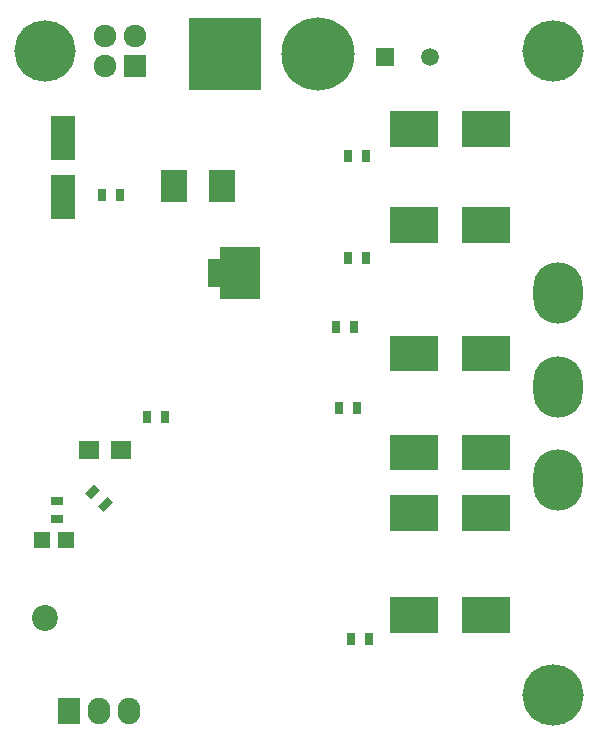
<source format=gbs>
G04 #@! TF.FileFunction,Soldermask,Bot*
%FSLAX46Y46*%
G04 Gerber Fmt 4.6, Leading zero omitted, Abs format (unit mm)*
G04 Created by KiCad (PCBNEW 0.201511171411+6319~30~ubuntu15.10.1-product) date Fr 04 Dez 2015 11:44:42 CET*
%MOMM*%
G01*
G04 APERTURE LIST*
%ADD10C,0.100000*%
%ADD11O,4.200000X5.200000*%
%ADD12R,6.200000X6.200000*%
%ADD13C,6.200000*%
%ADD14R,1.500000X1.500000*%
%ADD15C,1.500000*%
%ADD16R,1.398880X1.398880*%
%ADD17R,1.400000X1.400000*%
%ADD18C,5.200000*%
%ADD19C,2.200000*%
%ADD20R,2.000860X3.700120*%
%ADD21R,1.927200X2.232000*%
%ADD22O,1.927200X2.232000*%
%ADD23R,1.700000X1.500000*%
%ADD24R,1.927200X1.927200*%
%ADD25O,1.927200X1.927200*%
%ADD26R,2.200000X2.700000*%
%ADD27R,1.000000X1.200000*%
%ADD28R,0.700000X1.100000*%
%ADD29R,1.100000X0.700000*%
G04 APERTURE END LIST*
D10*
D11*
X232664000Y-89408000D03*
X232664000Y-81508000D03*
X232664000Y-73608000D03*
D12*
X204470000Y-53340000D03*
D13*
X212370000Y-53340000D03*
D14*
X218059000Y-53594000D03*
D15*
X221859000Y-53594000D03*
D16*
X191041020Y-94488000D03*
X188942980Y-94488000D03*
D17*
X204724000Y-73406000D03*
X205724000Y-73406000D03*
X206724000Y-73406000D03*
X206724000Y-72406000D03*
X205724000Y-72406000D03*
X203724000Y-71406000D03*
X203724000Y-72406000D03*
X204724000Y-72406000D03*
X204724000Y-71406000D03*
X206724000Y-71406000D03*
X205724000Y-71406000D03*
X206724000Y-70406000D03*
X205724000Y-70406000D03*
X204724000Y-70406000D03*
D18*
X189230000Y-53086000D03*
X232230000Y-53086000D03*
D19*
X189230000Y-101086000D03*
D18*
X232230000Y-107586000D03*
D20*
X190754000Y-65491360D03*
X190754000Y-60492640D03*
D21*
X191262000Y-108966000D03*
D22*
X193802000Y-108966000D03*
X196342000Y-108966000D03*
D23*
X195660000Y-86868000D03*
X192960000Y-86868000D03*
D24*
X196850000Y-54356000D03*
D25*
X196850000Y-51816000D03*
X194310000Y-54356000D03*
X194310000Y-51816000D03*
D26*
X204184000Y-64516000D03*
X200184000Y-64516000D03*
D27*
X218948000Y-91313000D03*
X219710000Y-91313000D03*
X220472000Y-91313000D03*
X221234000Y-91313000D03*
X221996000Y-91313000D03*
X218948000Y-92329000D03*
X219710000Y-92329000D03*
X220472000Y-92329000D03*
X221234000Y-92329000D03*
X221996000Y-92329000D03*
X218948000Y-93154500D03*
X219710000Y-93154500D03*
X220472000Y-93154500D03*
X221234000Y-93154500D03*
X221996000Y-93154500D03*
X225044000Y-91313000D03*
X225806000Y-91313000D03*
X226568000Y-91313000D03*
X227330000Y-91313000D03*
X228092000Y-91313000D03*
X225044000Y-92329000D03*
X225806000Y-92329000D03*
X226568000Y-92329000D03*
X227330000Y-92329000D03*
X228092000Y-92329000D03*
X225044000Y-93154500D03*
X225806000Y-93154500D03*
X226568000Y-93154500D03*
X227330000Y-93154500D03*
X228092000Y-93154500D03*
X218948000Y-99949000D03*
X219710000Y-99949000D03*
X220472000Y-99949000D03*
X221234000Y-99949000D03*
X221996000Y-99949000D03*
X218948000Y-100965000D03*
X219710000Y-100965000D03*
X220472000Y-100965000D03*
X221234000Y-100965000D03*
X221996000Y-100965000D03*
X218948000Y-101790500D03*
X219710000Y-101790500D03*
X220472000Y-101790500D03*
X221234000Y-101790500D03*
X221996000Y-101790500D03*
X225044000Y-99949000D03*
X225806000Y-99949000D03*
X226568000Y-99949000D03*
X227330000Y-99949000D03*
X228092000Y-99949000D03*
X225044000Y-100965000D03*
X225806000Y-100965000D03*
X226568000Y-100965000D03*
X227330000Y-100965000D03*
X228092000Y-100965000D03*
X225044000Y-101790500D03*
X225806000Y-101790500D03*
X226568000Y-101790500D03*
X227330000Y-101790500D03*
X228092000Y-101790500D03*
X228092000Y-88011000D03*
X227330000Y-88011000D03*
X226568000Y-88011000D03*
X225806000Y-88011000D03*
X225044000Y-88011000D03*
X228092000Y-86995000D03*
X227330000Y-86995000D03*
X226568000Y-86995000D03*
X225806000Y-86995000D03*
X225044000Y-86995000D03*
X228092000Y-86169500D03*
X227330000Y-86169500D03*
X226568000Y-86169500D03*
X225806000Y-86169500D03*
X225044000Y-86169500D03*
X221996000Y-88011000D03*
X221234000Y-88011000D03*
X220472000Y-88011000D03*
X219710000Y-88011000D03*
X218948000Y-88011000D03*
X221996000Y-86995000D03*
X221234000Y-86995000D03*
X220472000Y-86995000D03*
X219710000Y-86995000D03*
X218948000Y-86995000D03*
X221996000Y-86169500D03*
X221234000Y-86169500D03*
X220472000Y-86169500D03*
X219710000Y-86169500D03*
X218948000Y-86169500D03*
X221996000Y-79629000D03*
X221234000Y-79629000D03*
X220472000Y-79629000D03*
X219710000Y-79629000D03*
X218948000Y-79629000D03*
X221996000Y-78613000D03*
X221234000Y-78613000D03*
X220472000Y-78613000D03*
X219710000Y-78613000D03*
X218948000Y-78613000D03*
X221996000Y-77787500D03*
X221234000Y-77787500D03*
X220472000Y-77787500D03*
X219710000Y-77787500D03*
X218948000Y-77787500D03*
X228092000Y-79629000D03*
X227330000Y-79629000D03*
X226568000Y-79629000D03*
X225806000Y-79629000D03*
X225044000Y-79629000D03*
X228092000Y-78613000D03*
X227330000Y-78613000D03*
X226568000Y-78613000D03*
X225806000Y-78613000D03*
X225044000Y-78613000D03*
X228092000Y-77787500D03*
X227330000Y-77787500D03*
X226568000Y-77787500D03*
X225806000Y-77787500D03*
X225044000Y-77787500D03*
X225044000Y-58801000D03*
X225806000Y-58801000D03*
X226568000Y-58801000D03*
X227330000Y-58801000D03*
X228092000Y-58801000D03*
X225044000Y-59817000D03*
X225806000Y-59817000D03*
X226568000Y-59817000D03*
X227330000Y-59817000D03*
X228092000Y-59817000D03*
X225044000Y-60642500D03*
X225806000Y-60642500D03*
X226568000Y-60642500D03*
X227330000Y-60642500D03*
X228092000Y-60642500D03*
X218948000Y-58801000D03*
X219710000Y-58801000D03*
X220472000Y-58801000D03*
X221234000Y-58801000D03*
X221996000Y-58801000D03*
X218948000Y-59817000D03*
X219710000Y-59817000D03*
X220472000Y-59817000D03*
X221234000Y-59817000D03*
X221996000Y-59817000D03*
X218948000Y-60642500D03*
X219710000Y-60642500D03*
X220472000Y-60642500D03*
X221234000Y-60642500D03*
X221996000Y-60642500D03*
X218948000Y-66929000D03*
X219710000Y-66929000D03*
X220472000Y-66929000D03*
X221234000Y-66929000D03*
X221996000Y-66929000D03*
X218948000Y-67945000D03*
X219710000Y-67945000D03*
X220472000Y-67945000D03*
X221234000Y-67945000D03*
X221996000Y-67945000D03*
X218948000Y-68770500D03*
X219710000Y-68770500D03*
X220472000Y-68770500D03*
X221234000Y-68770500D03*
X221996000Y-68770500D03*
X225044000Y-66929000D03*
X225806000Y-66929000D03*
X226568000Y-66929000D03*
X227330000Y-66929000D03*
X228092000Y-66929000D03*
X225044000Y-67945000D03*
X225806000Y-67945000D03*
X226568000Y-67945000D03*
X227330000Y-67945000D03*
X228092000Y-67945000D03*
X225044000Y-68770500D03*
X225806000Y-68770500D03*
X226568000Y-68770500D03*
X227330000Y-68770500D03*
X228092000Y-68770500D03*
D28*
X195568000Y-65278000D03*
X194068000Y-65278000D03*
X199378000Y-84074000D03*
X197878000Y-84074000D03*
X216650000Y-102870000D03*
X215150000Y-102870000D03*
X215634000Y-83312000D03*
X214134000Y-83312000D03*
X215380000Y-76454000D03*
X213880000Y-76454000D03*
X216396000Y-61976000D03*
X214896000Y-61976000D03*
X216396000Y-70612000D03*
X214896000Y-70612000D03*
D10*
G36*
X194968726Y-91320909D02*
X194190909Y-92098726D01*
X193695934Y-91603751D01*
X194473751Y-90825934D01*
X194968726Y-91320909D01*
X194968726Y-91320909D01*
G37*
G36*
X193908066Y-90260249D02*
X193130249Y-91038066D01*
X192635274Y-90543091D01*
X193413091Y-89765274D01*
X193908066Y-90260249D01*
X193908066Y-90260249D01*
G37*
D29*
X190246000Y-92698000D03*
X190246000Y-91198000D03*
M02*

</source>
